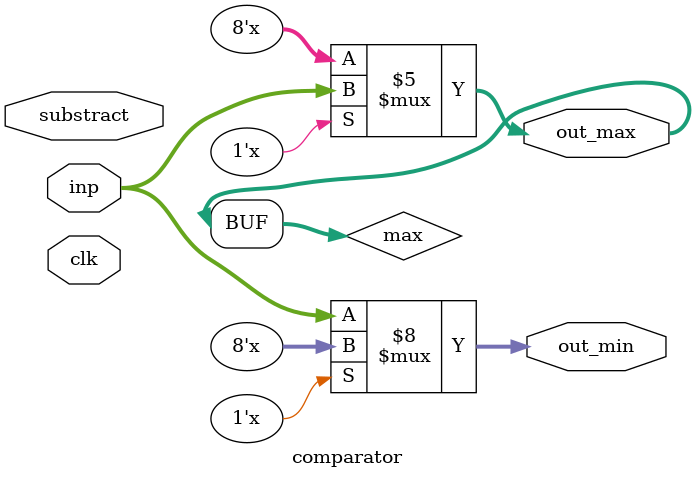
<source format=v>
module comparator
    #(parameter 
        DW = 8
    )
    (
        input wire [DW - 1: 0] inp,
        input wire substract,
	input wire clk,
	output wire [DW - 1: 0] out_max,
        output reg [DW - 1: 0] out_min
    );
	//wire [DW - 1: 0] out_min_in;
       // wire [DW - 1: 0] out_max_in;


	reg [DW - 1: 0] max;
    	initial max=0;

    	always@(inp,max) 
  	  if (inp > max) begin
		out_min <= max;
		max <= inp;
    	end 
	else begin
		out_min <= inp;
		max <= max;
    	
    	end   
	

    //  always @ (posedge clk) begin
	//if (substract == 1'b1)begin // these lines do not play any effect
	//	max[0] <= 0;	
	//end
     // end


	//assign out_min = out_min_in;
	assign out_max = max;


endmodule


</source>
